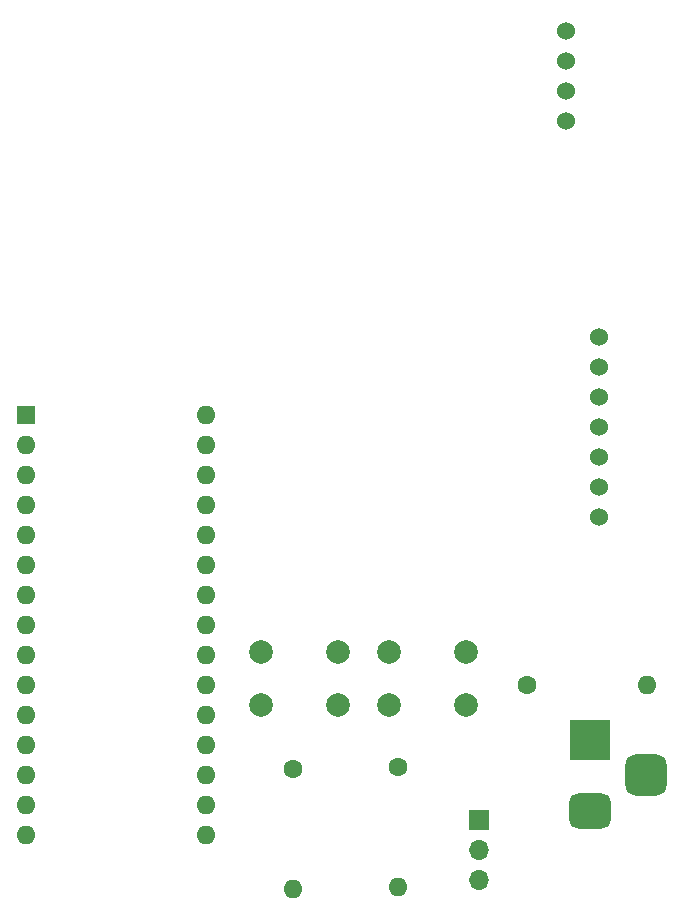
<source format=gbs>
G04 #@! TF.GenerationSoftware,KiCad,Pcbnew,7.0.5*
G04 #@! TF.CreationDate,2023-06-25T17:44:06+02:00*
G04 #@! TF.ProjectId,test,74657374-2e6b-4696-9361-645f70636258,rev?*
G04 #@! TF.SameCoordinates,Original*
G04 #@! TF.FileFunction,Soldermask,Bot*
G04 #@! TF.FilePolarity,Negative*
%FSLAX46Y46*%
G04 Gerber Fmt 4.6, Leading zero omitted, Abs format (unit mm)*
G04 Created by KiCad (PCBNEW 7.0.5) date 2023-06-25 17:44:06*
%MOMM*%
%LPD*%
G01*
G04 APERTURE LIST*
G04 Aperture macros list*
%AMRoundRect*
0 Rectangle with rounded corners*
0 $1 Rounding radius*
0 $2 $3 $4 $5 $6 $7 $8 $9 X,Y pos of 4 corners*
0 Add a 4 corners polygon primitive as box body*
4,1,4,$2,$3,$4,$5,$6,$7,$8,$9,$2,$3,0*
0 Add four circle primitives for the rounded corners*
1,1,$1+$1,$2,$3*
1,1,$1+$1,$4,$5*
1,1,$1+$1,$6,$7*
1,1,$1+$1,$8,$9*
0 Add four rect primitives between the rounded corners*
20,1,$1+$1,$2,$3,$4,$5,0*
20,1,$1+$1,$4,$5,$6,$7,0*
20,1,$1+$1,$6,$7,$8,$9,0*
20,1,$1+$1,$8,$9,$2,$3,0*%
G04 Aperture macros list end*
%ADD10C,2.000000*%
%ADD11R,1.600000X1.600000*%
%ADD12O,1.600000X1.600000*%
%ADD13R,1.700000X1.700000*%
%ADD14O,1.700000X1.700000*%
%ADD15R,3.500000X3.500000*%
%ADD16RoundRect,0.750000X1.000000X-0.750000X1.000000X0.750000X-1.000000X0.750000X-1.000000X-0.750000X0*%
%ADD17RoundRect,0.875000X0.875000X-0.875000X0.875000X0.875000X-0.875000X0.875000X-0.875000X-0.875000X0*%
%ADD18C,1.600000*%
%ADD19C,1.524000*%
G04 APERTURE END LIST*
D10*
X171502000Y-97191000D03*
X178002000Y-97191000D03*
X171502000Y-101691000D03*
X178002000Y-101691000D03*
D11*
X140716000Y-77089000D03*
D12*
X140716000Y-79629000D03*
X140716000Y-82169000D03*
X140716000Y-84709000D03*
X140716000Y-87249000D03*
X140716000Y-89789000D03*
X140716000Y-92329000D03*
X140716000Y-94869000D03*
X140716000Y-97409000D03*
X140716000Y-99949000D03*
X140716000Y-102489000D03*
X140716000Y-105029000D03*
X140716000Y-107569000D03*
X140716000Y-110109000D03*
X140716000Y-112649000D03*
X155956000Y-112649000D03*
X155956000Y-110109000D03*
X155956000Y-107569000D03*
X155956000Y-105029000D03*
X155956000Y-102489000D03*
X155956000Y-99949000D03*
X155956000Y-97409000D03*
X155956000Y-94869000D03*
X155956000Y-92329000D03*
X155956000Y-89789000D03*
X155956000Y-87249000D03*
X155956000Y-84709000D03*
X155956000Y-82169000D03*
X155956000Y-79629000D03*
X155956000Y-77089000D03*
D13*
X179070000Y-111379000D03*
D14*
X179070000Y-113919000D03*
X179070000Y-116459000D03*
D15*
X188526500Y-104617000D03*
D16*
X188526500Y-110617000D03*
D17*
X193226500Y-107617000D03*
D18*
X183134000Y-99949000D03*
D12*
X193294000Y-99949000D03*
X172212000Y-117094000D03*
D18*
X172212000Y-106934000D03*
D19*
X189230000Y-85725000D03*
X189230000Y-83185000D03*
X189230000Y-80645000D03*
X189230000Y-78105000D03*
X189230000Y-75565000D03*
X189230000Y-73025000D03*
X189230000Y-70485000D03*
D10*
X160632000Y-97191000D03*
X167132000Y-97191000D03*
X160632000Y-101691000D03*
X167132000Y-101691000D03*
D19*
X186436000Y-52197000D03*
X186436000Y-49657000D03*
X186436000Y-47117000D03*
X186436000Y-44577000D03*
D12*
X163322000Y-117221000D03*
D18*
X163322000Y-107061000D03*
M02*

</source>
